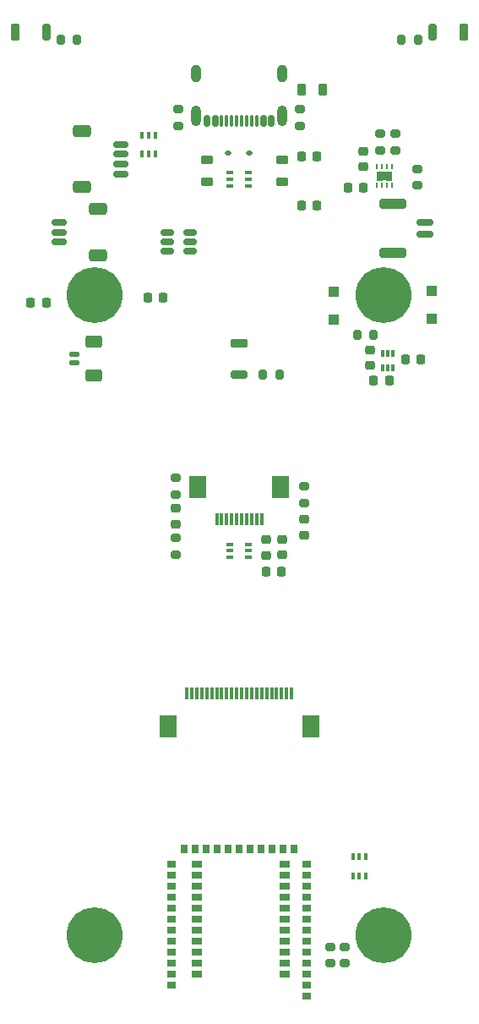
<source format=gbr>
%TF.GenerationSoftware,KiCad,Pcbnew,8.0.8*%
%TF.CreationDate,2025-01-20T10:11:19+01:00*%
%TF.ProjectId,mariposa,6d617269-706f-4736-912e-6b696361645f,2.0*%
%TF.SameCoordinates,Original*%
%TF.FileFunction,Paste,Bot*%
%TF.FilePolarity,Positive*%
%FSLAX46Y46*%
G04 Gerber Fmt 4.6, Leading zero omitted, Abs format (unit mm)*
G04 Created by KiCad (PCBNEW 8.0.8) date 2025-01-20 10:11:19*
%MOMM*%
%LPD*%
G01*
G04 APERTURE LIST*
G04 Aperture macros list*
%AMRoundRect*
0 Rectangle with rounded corners*
0 $1 Rounding radius*
0 $2 $3 $4 $5 $6 $7 $8 $9 X,Y pos of 4 corners*
0 Add a 4 corners polygon primitive as box body*
4,1,4,$2,$3,$4,$5,$6,$7,$8,$9,$2,$3,0*
0 Add four circle primitives for the rounded corners*
1,1,$1+$1,$2,$3*
1,1,$1+$1,$4,$5*
1,1,$1+$1,$6,$7*
1,1,$1+$1,$8,$9*
0 Add four rect primitives between the rounded corners*
20,1,$1+$1,$2,$3,$4,$5,0*
20,1,$1+$1,$4,$5,$6,$7,0*
20,1,$1+$1,$6,$7,$8,$9,0*
20,1,$1+$1,$8,$9,$2,$3,0*%
G04 Aperture macros list end*
%ADD10C,0.000000*%
%ADD11C,5.600000*%
%ADD12RoundRect,0.126316X-0.273684X-0.723684X0.273684X-0.723684X0.273684X0.723684X-0.273684X0.723684X0*%
%ADD13RoundRect,0.160000X-0.240000X-0.690000X0.240000X-0.690000X0.240000X0.690000X-0.240000X0.690000X0*%
%ADD14RoundRect,0.200000X0.200000X0.275000X-0.200000X0.275000X-0.200000X-0.275000X0.200000X-0.275000X0*%
%ADD15RoundRect,0.150000X0.625000X-0.150000X0.625000X0.150000X-0.625000X0.150000X-0.625000X-0.150000X0*%
%ADD16RoundRect,0.250000X0.650000X-0.350000X0.650000X0.350000X-0.650000X0.350000X-0.650000X-0.350000X0*%
%ADD17RoundRect,0.150000X0.512500X0.150000X-0.512500X0.150000X-0.512500X-0.150000X0.512500X-0.150000X0*%
%ADD18RoundRect,0.200000X0.275000X-0.200000X0.275000X0.200000X-0.275000X0.200000X-0.275000X-0.200000X0*%
%ADD19RoundRect,0.218750X-0.218750X-0.256250X0.218750X-0.256250X0.218750X0.256250X-0.218750X0.256250X0*%
%ADD20RoundRect,0.126316X-0.723684X0.273684X-0.723684X-0.273684X0.723684X-0.273684X0.723684X0.273684X0*%
%ADD21RoundRect,0.160000X-0.690000X0.240000X-0.690000X-0.240000X0.690000X-0.240000X0.690000X0.240000X0*%
%ADD22RoundRect,0.100000X-0.100000X0.225000X-0.100000X-0.225000X0.100000X-0.225000X0.100000X0.225000X0*%
%ADD23RoundRect,0.225000X0.250000X-0.225000X0.250000X0.225000X-0.250000X0.225000X-0.250000X-0.225000X0*%
%ADD24RoundRect,0.225000X0.225000X0.250000X-0.225000X0.250000X-0.225000X-0.250000X0.225000X-0.250000X0*%
%ADD25RoundRect,0.218750X-0.256250X0.218750X-0.256250X-0.218750X0.256250X-0.218750X0.256250X0.218750X0*%
%ADD26RoundRect,0.250000X0.300000X-0.300000X0.300000X0.300000X-0.300000X0.300000X-0.300000X-0.300000X0*%
%ADD27RoundRect,0.100000X0.225000X0.100000X-0.225000X0.100000X-0.225000X-0.100000X0.225000X-0.100000X0*%
%ADD28RoundRect,0.112500X-0.187500X-0.112500X0.187500X-0.112500X0.187500X0.112500X-0.187500X0.112500X0*%
%ADD29R,0.900000X0.700000*%
%ADD30R,0.700000X0.900000*%
%ADD31R,1.000000X0.700000*%
%ADD32RoundRect,0.100000X0.100000X-0.225000X0.100000X0.225000X-0.100000X0.225000X-0.100000X-0.225000X0*%
%ADD33RoundRect,0.126316X0.273684X0.723684X-0.273684X0.723684X-0.273684X-0.723684X0.273684X-0.723684X0*%
%ADD34RoundRect,0.160000X0.240000X0.690000X-0.240000X0.690000X-0.240000X-0.690000X0.240000X-0.690000X0*%
%ADD35RoundRect,0.225000X-0.225000X-0.250000X0.225000X-0.250000X0.225000X0.250000X-0.225000X0.250000X0*%
%ADD36RoundRect,0.225000X-0.250000X0.225000X-0.250000X-0.225000X0.250000X-0.225000X0.250000X0.225000X0*%
%ADD37RoundRect,0.150000X-0.150000X-0.425000X0.150000X-0.425000X0.150000X0.425000X-0.150000X0.425000X0*%
%ADD38RoundRect,0.075000X-0.075000X-0.500000X0.075000X-0.500000X0.075000X0.500000X-0.075000X0.500000X0*%
%ADD39O,1.000000X1.800000*%
%ADD40O,1.000000X2.100000*%
%ADD41RoundRect,0.150000X0.700000X-0.150000X0.700000X0.150000X-0.700000X0.150000X-0.700000X-0.150000X0*%
%ADD42RoundRect,0.250000X1.100000X-0.250000X1.100000X0.250000X-1.100000X0.250000X-1.100000X-0.250000X0*%
%ADD43RoundRect,0.218750X0.381250X-0.218750X0.381250X0.218750X-0.381250X0.218750X-0.381250X-0.218750X0*%
%ADD44RoundRect,0.200000X-0.200000X-0.275000X0.200000X-0.275000X0.200000X0.275000X-0.200000X0.275000X0*%
%ADD45R,0.300000X1.300000*%
%ADD46R,1.800000X2.200000*%
%ADD47RoundRect,0.200000X-0.275000X0.200000X-0.275000X-0.200000X0.275000X-0.200000X0.275000X0.200000X0*%
%ADD48RoundRect,0.218750X0.218750X0.256250X-0.218750X0.256250X-0.218750X-0.256250X0.218750X-0.256250X0*%
%ADD49RoundRect,0.125000X-0.375000X0.125000X-0.375000X-0.125000X0.375000X-0.125000X0.375000X0.125000X0*%
%ADD50RoundRect,0.250000X-0.600000X0.350000X-0.600000X-0.350000X0.600000X-0.350000X0.600000X0.350000X0*%
%ADD51RoundRect,0.218750X-0.381250X0.218750X-0.381250X-0.218750X0.381250X-0.218750X0.381250X0.218750X0*%
%ADD52R,0.249999X0.499999*%
%ADD53R,1.599999X0.900001*%
%ADD54RoundRect,0.087500X-0.087500X0.250000X-0.087500X-0.250000X0.087500X-0.250000X0.087500X0.250000X0*%
%ADD55RoundRect,0.150000X-0.625000X0.150000X-0.625000X-0.150000X0.625000X-0.150000X0.625000X0.150000X0*%
%ADD56RoundRect,0.250000X-0.650000X0.350000X-0.650000X-0.350000X0.650000X-0.350000X0.650000X0.350000X0*%
%ADD57RoundRect,0.218750X0.218750X0.381250X-0.218750X0.381250X-0.218750X-0.381250X0.218750X-0.381250X0*%
G04 APERTURE END LIST*
D10*
%TO.C,U2*%
G36*
X164410563Y-53540941D02*
G01*
X164419755Y-53543730D01*
X164428226Y-53548258D01*
X164435651Y-53554352D01*
X164441744Y-53561776D01*
X164446273Y-53570247D01*
X164449062Y-53579439D01*
X164450004Y-53589000D01*
X164450004Y-54391000D01*
X164449062Y-54400561D01*
X164446273Y-54409753D01*
X164441744Y-54418224D01*
X164435651Y-54425648D01*
X164428226Y-54431742D01*
X164419755Y-54436270D01*
X164410563Y-54439059D01*
X164401003Y-54440002D01*
X163799002Y-54440002D01*
X163789442Y-54439059D01*
X163780249Y-54436270D01*
X163771779Y-54431742D01*
X163764354Y-54425648D01*
X163758261Y-54418224D01*
X163753732Y-54409753D01*
X163750943Y-54400561D01*
X163750003Y-54391000D01*
X163750003Y-53589000D01*
X163750943Y-53579439D01*
X163753732Y-53570247D01*
X163758261Y-53561776D01*
X163764354Y-53554352D01*
X163771779Y-53548258D01*
X163780249Y-53543730D01*
X163789442Y-53540941D01*
X163799002Y-53539998D01*
X164401003Y-53539998D01*
X164410563Y-53540941D01*
G37*
G36*
X165310561Y-53540941D02*
G01*
X165319754Y-53543730D01*
X165328225Y-53548258D01*
X165335649Y-53554352D01*
X165341742Y-53561776D01*
X165346271Y-53570247D01*
X165349060Y-53579439D01*
X165350002Y-53589000D01*
X165350002Y-54391000D01*
X165349060Y-54400561D01*
X165346271Y-54409753D01*
X165341742Y-54418224D01*
X165335649Y-54425648D01*
X165328225Y-54431742D01*
X165319754Y-54436270D01*
X165310561Y-54439059D01*
X165301001Y-54440002D01*
X164699000Y-54440002D01*
X164689440Y-54439059D01*
X164680248Y-54436270D01*
X164671777Y-54431742D01*
X164664352Y-54425648D01*
X164658259Y-54418224D01*
X164653730Y-54409753D01*
X164650941Y-54400561D01*
X164650001Y-54391000D01*
X164650001Y-53589000D01*
X164650941Y-53579439D01*
X164653730Y-53570247D01*
X164658259Y-53561776D01*
X164664352Y-53554352D01*
X164671777Y-53548258D01*
X164680248Y-53543730D01*
X164689440Y-53540941D01*
X164699000Y-53539998D01*
X165301001Y-53539998D01*
X165310561Y-53540941D01*
G37*
%TD*%
D11*
%TO.C,H2*%
X135500000Y-65925000D03*
%TD*%
%TO.C,H4*%
X135500000Y-130000000D03*
%TD*%
%TO.C,H5*%
X164500000Y-130000000D03*
%TD*%
%TO.C,H3*%
X164500000Y-65925000D03*
%TD*%
D12*
%TO.C,D5*%
X127570000Y-39600000D03*
D13*
X130670000Y-39600000D03*
%TD*%
D14*
%TO.C,R11*%
X163485000Y-69850000D03*
X161835000Y-69850000D03*
%TD*%
D15*
%TO.C,J8*%
X138100000Y-53810000D03*
X138100000Y-52810000D03*
X138100000Y-51810000D03*
X138100000Y-50810000D03*
D16*
X134225000Y-55110000D03*
X134225000Y-49510000D03*
%TD*%
D17*
%TO.C,U4*%
X145105000Y-59610000D03*
X145105000Y-60560000D03*
X145105000Y-61510000D03*
X142830000Y-61510000D03*
X142830000Y-60560000D03*
X142830000Y-59610000D03*
%TD*%
D18*
%TO.C,R7*%
X164130000Y-51405000D03*
X164130000Y-49755000D03*
%TD*%
D19*
%TO.C,FB6*%
X140807500Y-66135000D03*
X142382500Y-66135000D03*
%TD*%
D20*
%TO.C,D1*%
X150000000Y-70732679D03*
D21*
X150000000Y-73832679D03*
%TD*%
D22*
%TO.C,D13*%
X161400000Y-122150000D03*
X162050000Y-122150000D03*
X162700000Y-122150000D03*
X162700000Y-124050000D03*
X162050000Y-124050000D03*
X161400000Y-124050000D03*
%TD*%
D23*
%TO.C,C45*%
X163130000Y-72950000D03*
X163130000Y-71400000D03*
%TD*%
D24*
%TO.C,C4*%
X157775000Y-52060000D03*
X156225000Y-52060000D03*
%TD*%
D18*
%TO.C,R15*%
X167870000Y-54940000D03*
X167870000Y-53290000D03*
%TD*%
D25*
%TO.C,FB3*%
X152660000Y-90392500D03*
X152660000Y-91967500D03*
%TD*%
D26*
%TO.C,D45*%
X169330000Y-68320000D03*
X169330000Y-65520000D03*
%TD*%
D24*
%TO.C,C5*%
X157775000Y-56920000D03*
X156225000Y-56920000D03*
%TD*%
D27*
%TO.C,D11*%
X150950000Y-90850000D03*
X150950000Y-91500000D03*
X150950000Y-92150000D03*
X149050000Y-92150000D03*
X149050000Y-91500000D03*
X149050000Y-90850000D03*
%TD*%
D28*
%TO.C,D9*%
X148890000Y-51680000D03*
X150990000Y-51680000D03*
%TD*%
D18*
%TO.C,R12*%
X165650000Y-51405000D03*
X165650000Y-49755000D03*
%TD*%
D29*
%TO.C,U1*%
X143250000Y-135000000D03*
X143250000Y-133900000D03*
X143250000Y-132800000D03*
X143250000Y-131700000D03*
X143250000Y-130600000D03*
X143250000Y-129500000D03*
X143250000Y-128400000D03*
X143250000Y-127300000D03*
X143250000Y-126200000D03*
X143250000Y-125100000D03*
X143250000Y-124000000D03*
X143250000Y-122900000D03*
D30*
X144500000Y-121400000D03*
X145600000Y-121400000D03*
X146700000Y-121400000D03*
X147800000Y-121400000D03*
X148900000Y-121400000D03*
X150000000Y-121400000D03*
X151100000Y-121400000D03*
X152200000Y-121400000D03*
X153300000Y-121400000D03*
X154400000Y-121400000D03*
X155500000Y-121400000D03*
D29*
X156750000Y-122900000D03*
X156750000Y-124000000D03*
X156750000Y-125100000D03*
X156750000Y-126200000D03*
X156750000Y-127300000D03*
X156750000Y-128400000D03*
X156750000Y-129500000D03*
X156750000Y-130600000D03*
X156750000Y-131700000D03*
X156750000Y-132800000D03*
X156750000Y-133900000D03*
X156750000Y-135000000D03*
X156750000Y-136100000D03*
D31*
X145750000Y-133900000D03*
X145750000Y-132800000D03*
X145750000Y-131700000D03*
X145750000Y-130600000D03*
X145750000Y-129500000D03*
X145750000Y-128400000D03*
X145750000Y-127300000D03*
X145750000Y-126200000D03*
X145750000Y-125100000D03*
X145750000Y-124000000D03*
X145750000Y-122900000D03*
X154550000Y-122900000D03*
X154550000Y-124000000D03*
X154550000Y-125100000D03*
X154550000Y-126200000D03*
X154550000Y-127300000D03*
X154550000Y-128400000D03*
X154550000Y-129500000D03*
X154550000Y-130600000D03*
X154550000Y-131700000D03*
X154550000Y-132800000D03*
X154550000Y-133900000D03*
%TD*%
D32*
%TO.C,D12*%
X141570000Y-51810000D03*
X140920000Y-51810000D03*
X140270000Y-51810000D03*
X140270000Y-49910000D03*
X140920000Y-49910000D03*
X141570000Y-49910000D03*
%TD*%
D33*
%TO.C,D6*%
X172500000Y-39600000D03*
D34*
X169400000Y-39600000D03*
%TD*%
D35*
%TO.C,C3*%
X152655000Y-93590000D03*
X154205000Y-93590000D03*
%TD*%
D36*
%TO.C,C1*%
X143660000Y-87265000D03*
X143660000Y-88815000D03*
%TD*%
D37*
%TO.C,J4*%
X146800000Y-48506927D03*
X147600000Y-48506927D03*
D38*
X148750000Y-48506927D03*
X149750000Y-48506927D03*
X150250000Y-48506927D03*
X151250000Y-48506927D03*
D37*
X152400000Y-48506927D03*
X153200000Y-48506927D03*
X153200000Y-48506927D03*
X152400000Y-48506927D03*
D38*
X151750000Y-48506927D03*
X150750000Y-48506927D03*
X149250000Y-48506927D03*
X148250000Y-48506927D03*
D37*
X147600000Y-48506927D03*
X146800000Y-48506927D03*
D39*
X145680000Y-43751927D03*
D40*
X145680000Y-47931927D03*
D39*
X154320000Y-43751927D03*
D40*
X154320000Y-47931927D03*
%TD*%
D41*
%TO.C,BT1*%
X168590000Y-59840000D03*
X168590000Y-58590000D03*
D42*
X165390000Y-61690000D03*
X165390000Y-56740000D03*
%TD*%
D14*
%TO.C,R8*%
X154025000Y-73850000D03*
X152375000Y-73850000D03*
%TD*%
D43*
%TO.C,FB5*%
X146800000Y-54525000D03*
X146800000Y-52400000D03*
%TD*%
D44*
%TO.C,R2*%
X132100000Y-40330000D03*
X133750000Y-40330000D03*
%TD*%
D45*
%TO.C,J6*%
X147750000Y-88350000D03*
X148250000Y-88350000D03*
X148750000Y-88350000D03*
X149250000Y-88350000D03*
X149750000Y-88350000D03*
X150250000Y-88350000D03*
X150750000Y-88350000D03*
X151250000Y-88350000D03*
X151750000Y-88350000D03*
X152250000Y-88350000D03*
D46*
X145850000Y-85100000D03*
X154150000Y-85100000D03*
%TD*%
D24*
%TO.C,C47*%
X162420000Y-55160000D03*
X160870000Y-55160000D03*
%TD*%
D19*
%TO.C,FB7*%
X129107500Y-66660000D03*
X130682500Y-66660000D03*
%TD*%
D36*
%TO.C,C2*%
X154320000Y-90385000D03*
X154320000Y-91935000D03*
%TD*%
D44*
%TO.C,R14*%
X166265000Y-40330000D03*
X167915000Y-40330000D03*
%TD*%
D27*
%TO.C,D10*%
X150960000Y-53656573D03*
X150960000Y-54306573D03*
X150960000Y-54956573D03*
X149060000Y-54956573D03*
X149060000Y-54306573D03*
X149060000Y-53656573D03*
%TD*%
D47*
%TO.C,R9*%
X160600000Y-131155000D03*
X160600000Y-132805000D03*
%TD*%
D25*
%TO.C,FB4*%
X156510000Y-88342500D03*
X156510000Y-89917500D03*
%TD*%
D26*
%TO.C,D88*%
X159450000Y-68340000D03*
X159450000Y-65540000D03*
%TD*%
D35*
%TO.C,C44*%
X166625000Y-72330000D03*
X168175000Y-72330000D03*
%TD*%
D36*
%TO.C,C46*%
X162400000Y-51485000D03*
X162400000Y-53035000D03*
%TD*%
D48*
%TO.C,L1*%
X165037500Y-74450000D03*
X163462500Y-74450000D03*
%TD*%
D18*
%TO.C,R5*%
X143660000Y-91885000D03*
X143660000Y-90235000D03*
%TD*%
D49*
%TO.C,J7*%
X133454276Y-71870000D03*
X133454276Y-72670000D03*
D50*
X135404276Y-70570000D03*
X135404276Y-73970000D03*
%TD*%
D47*
%TO.C,R3*%
X156100000Y-47285000D03*
X156100000Y-48935000D03*
%TD*%
%TO.C,R13*%
X156510000Y-85055000D03*
X156510000Y-86705000D03*
%TD*%
%TO.C,R4*%
X143900000Y-47285000D03*
X143900000Y-48935000D03*
%TD*%
D18*
%TO.C,R10*%
X159140000Y-132805000D03*
X159140000Y-131155000D03*
%TD*%
D51*
%TO.C,FB1*%
X154300000Y-52400000D03*
X154300000Y-54525000D03*
%TD*%
D18*
%TO.C,R6*%
X143660000Y-85855000D03*
X143660000Y-84205000D03*
%TD*%
D52*
%TO.C,U2*%
X163800001Y-53039999D03*
X164299999Y-53039999D03*
X164800001Y-53039999D03*
X165300000Y-53039999D03*
X165300000Y-54940001D03*
X164800001Y-54940001D03*
X164299999Y-54940001D03*
X163800001Y-54940001D03*
D53*
X164549999Y-53990000D03*
%TD*%
D54*
%TO.C,U5*%
X164370000Y-71750000D03*
X164870000Y-71750000D03*
X165370000Y-71750000D03*
X165370000Y-73175000D03*
X164870000Y-73175000D03*
X164370000Y-73175000D03*
%TD*%
D55*
%TO.C,J2*%
X131940000Y-58610000D03*
X131940000Y-59610000D03*
X131940000Y-60610000D03*
D56*
X135815000Y-57310000D03*
X135815000Y-61910000D03*
%TD*%
D57*
%TO.C,FB2*%
X158400000Y-45300000D03*
X156275000Y-45300000D03*
%TD*%
D45*
%TO.C,J1*%
X155250000Y-105800000D03*
X154750000Y-105800000D03*
X154250000Y-105800000D03*
X153750000Y-105800000D03*
X153250000Y-105800000D03*
X152750000Y-105800000D03*
X152250000Y-105800000D03*
X151750000Y-105800000D03*
X151250000Y-105800000D03*
X150750000Y-105800000D03*
X150250000Y-105800000D03*
X149750000Y-105800000D03*
X149250000Y-105800000D03*
X148750000Y-105800000D03*
X148250000Y-105800000D03*
X147750000Y-105800000D03*
X147250000Y-105800000D03*
X146750000Y-105800000D03*
X146250000Y-105800000D03*
X145750000Y-105800000D03*
X145250000Y-105800000D03*
X144750000Y-105800000D03*
D46*
X157150000Y-109050000D03*
X142850000Y-109050000D03*
%TD*%
M02*

</source>
